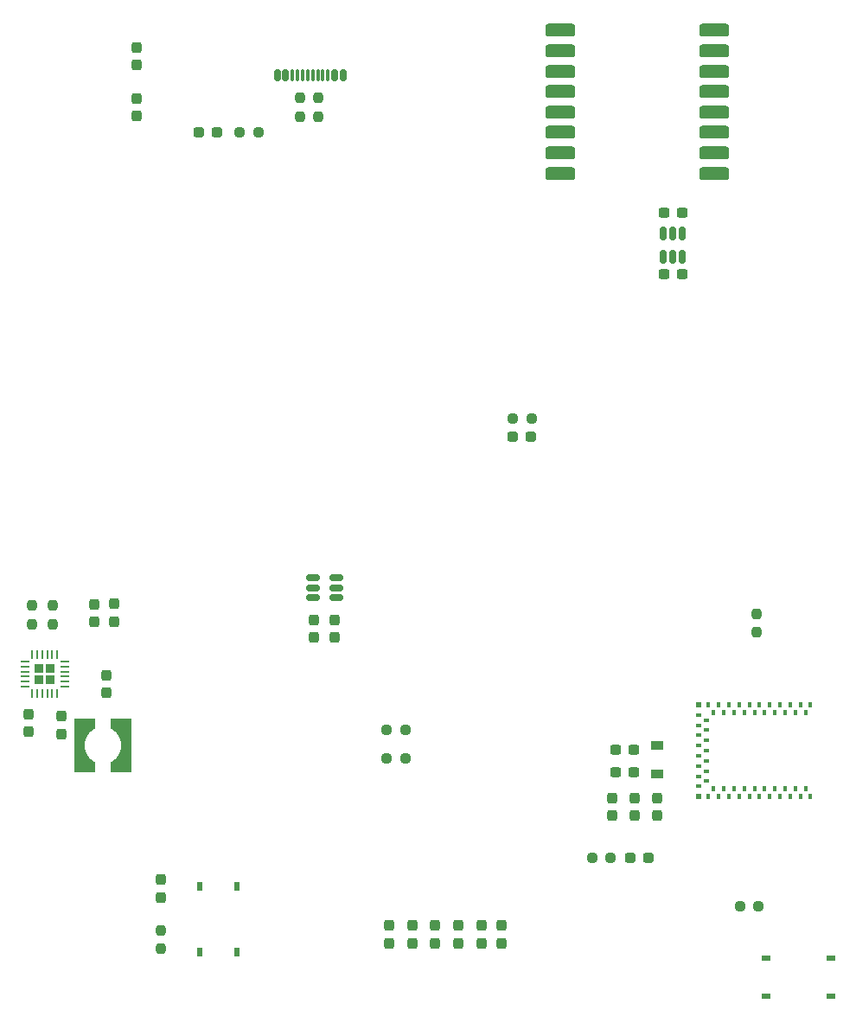
<source format=gtp>
G04 #@! TF.GenerationSoftware,KiCad,Pcbnew,8.0.2-8.0.2-0~ubuntu20.04.1*
G04 #@! TF.CreationDate,2024-05-16T16:26:20-07:00*
G04 #@! TF.ProjectId,cpm_proj,63706d5f-7072-46f6-9a2e-6b696361645f,rev?*
G04 #@! TF.SameCoordinates,Original*
G04 #@! TF.FileFunction,Paste,Top*
G04 #@! TF.FilePolarity,Positive*
%FSLAX46Y46*%
G04 Gerber Fmt 4.6, Leading zero omitted, Abs format (unit mm)*
G04 Created by KiCad (PCBNEW 8.0.2-8.0.2-0~ubuntu20.04.1) date 2024-05-16 16:26:20*
%MOMM*%
%LPD*%
G01*
G04 APERTURE LIST*
G04 Aperture macros list*
%AMRoundRect*
0 Rectangle with rounded corners*
0 $1 Rounding radius*
0 $2 $3 $4 $5 $6 $7 $8 $9 X,Y pos of 4 corners*
0 Add a 4 corners polygon primitive as box body*
4,1,4,$2,$3,$4,$5,$6,$7,$8,$9,$2,$3,0*
0 Add four circle primitives for the rounded corners*
1,1,$1+$1,$2,$3*
1,1,$1+$1,$4,$5*
1,1,$1+$1,$6,$7*
1,1,$1+$1,$8,$9*
0 Add four rect primitives between the rounded corners*
20,1,$1+$1,$2,$3,$4,$5,0*
20,1,$1+$1,$4,$5,$6,$7,0*
20,1,$1+$1,$6,$7,$8,$9,0*
20,1,$1+$1,$8,$9,$2,$3,0*%
%AMFreePoly0*
4,1,18,1.539298,1.666124,1.284085,1.499472,1.010804,1.275196,0.786528,1.001915,0.619876,0.690131,0.517252,0.351826,0.536000,0.000000,0.517252,-0.351826,0.619876,-0.690131,0.786528,-1.001915,1.010804,-1.275196,1.284085,-1.499472,1.539298,-1.666124,1.539298,-2.654300,-0.467302,-2.654300,-0.467302,2.654300,1.539298,2.654300,1.539298,1.666124,1.539298,1.666124,$1*%
%AMFreePoly1*
4,1,18,0.467302,-2.654300,-1.539298,-2.654300,-1.539298,-1.666124,-1.284085,-1.499472,-1.010804,-1.275196,-0.786528,-1.001915,-0.619876,-0.690131,-0.517252,-0.351826,-0.536000,0.000000,-0.517252,0.351826,-0.619876,0.690131,-0.786528,1.001915,-1.010804,1.275196,-1.284085,1.499472,-1.539298,1.666124,-1.539298,2.654300,0.467302,2.654300,0.467302,-2.654300,0.467302,-2.654300,$1*%
G04 Aperture macros list end*
%ADD10RoundRect,0.237500X-0.250000X-0.237500X0.250000X-0.237500X0.250000X0.237500X-0.250000X0.237500X0*%
%ADD11RoundRect,0.237500X0.237500X-0.300000X0.237500X0.300000X-0.237500X0.300000X-0.237500X-0.300000X0*%
%ADD12RoundRect,0.237500X-0.287500X-0.237500X0.287500X-0.237500X0.287500X0.237500X-0.287500X0.237500X0*%
%ADD13RoundRect,0.317500X-1.157500X-0.317500X1.157500X-0.317500X1.157500X0.317500X-1.157500X0.317500X0*%
%ADD14RoundRect,0.150000X-0.150000X0.512500X-0.150000X-0.512500X0.150000X-0.512500X0.150000X0.512500X0*%
%ADD15RoundRect,0.237500X0.300000X0.237500X-0.300000X0.237500X-0.300000X-0.237500X0.300000X-0.237500X0*%
%ADD16R,0.558800X0.952500*%
%ADD17RoundRect,0.237500X0.237500X-0.250000X0.237500X0.250000X-0.237500X0.250000X-0.237500X-0.250000X0*%
%ADD18FreePoly0,180.000000*%
%ADD19FreePoly1,180.000000*%
%ADD20RoundRect,0.237500X0.287500X0.237500X-0.287500X0.237500X-0.287500X-0.237500X0.287500X-0.237500X0*%
%ADD21RoundRect,0.237500X-0.237500X0.250000X-0.237500X-0.250000X0.237500X-0.250000X0.237500X0.250000X0*%
%ADD22RoundRect,0.150000X0.512500X0.150000X-0.512500X0.150000X-0.512500X-0.150000X0.512500X-0.150000X0*%
%ADD23RoundRect,0.237500X-0.237500X0.300000X-0.237500X-0.300000X0.237500X-0.300000X0.237500X0.300000X0*%
%ADD24RoundRect,0.062500X-0.062500X-0.375000X0.062500X-0.375000X0.062500X0.375000X-0.062500X0.375000X0*%
%ADD25RoundRect,0.062500X-0.375000X-0.062500X0.375000X-0.062500X0.375000X0.062500X-0.375000X0.062500X0*%
%ADD26RoundRect,0.232500X-0.232500X-0.232500X0.232500X-0.232500X0.232500X0.232500X-0.232500X0.232500X0*%
%ADD27R,1.295400X0.965200*%
%ADD28R,0.952500X0.558800*%
%ADD29RoundRect,0.075000X0.075000X0.500000X-0.075000X0.500000X-0.075000X-0.500000X0.075000X-0.500000X0*%
%ADD30RoundRect,0.150000X0.150000X0.425000X-0.150000X0.425000X-0.150000X-0.425000X0.150000X-0.425000X0*%
%ADD31RoundRect,0.237500X0.237500X-0.287500X0.237500X0.287500X-0.237500X0.287500X-0.237500X-0.287500X0*%
%ADD32R,0.400000X0.600000*%
%ADD33R,0.600000X0.600000*%
%ADD34R,0.600000X0.400000*%
%ADD35RoundRect,0.237500X0.250000X0.237500X-0.250000X0.237500X-0.250000X-0.237500X0.250000X-0.237500X0*%
G04 APERTURE END LIST*
D10*
X116500000Y-112500000D03*
X118325000Y-112500000D03*
X116500000Y-115250000D03*
X118325000Y-115250000D03*
D11*
X121250000Y-133362500D03*
X121250000Y-131637500D03*
D10*
X151087500Y-129750000D03*
X152912500Y-129750000D03*
D11*
X119000000Y-133362500D03*
X119000000Y-131637500D03*
X89800000Y-101862500D03*
X89800000Y-100137500D03*
D12*
X128875000Y-83750000D03*
X130625000Y-83750000D03*
D13*
X133475000Y-44000000D03*
X133475000Y-46000000D03*
X133475000Y-48000000D03*
X133475000Y-50000000D03*
X133475000Y-52000000D03*
X133475000Y-54000000D03*
X133475000Y-56000000D03*
X133475000Y-58000000D03*
X148525000Y-58000000D03*
X148525000Y-56000000D03*
X148525000Y-54000000D03*
X148525000Y-52000000D03*
X148525000Y-50000000D03*
X148525000Y-48000000D03*
X148525000Y-46000000D03*
X148525000Y-44000000D03*
D14*
X145450000Y-63862500D03*
X144500000Y-63862500D03*
X143550000Y-63862500D03*
X143550000Y-66137500D03*
X144500000Y-66137500D03*
X145450000Y-66137500D03*
D15*
X145412500Y-67862500D03*
X143687500Y-67862500D03*
D16*
X101854200Y-127818650D03*
X101854200Y-134181350D03*
X98145800Y-127818650D03*
X98145800Y-134181350D03*
D11*
X123500000Y-133362500D03*
X123500000Y-131637500D03*
D15*
X145412500Y-61862500D03*
X143687500Y-61862500D03*
D17*
X83800000Y-102112500D03*
X83800000Y-100287500D03*
D11*
X84600000Y-112862500D03*
X84600000Y-111137500D03*
D18*
X91000000Y-114000000D03*
D19*
X86428000Y-114000000D03*
D17*
X152750000Y-102912500D03*
X152750000Y-101087500D03*
D20*
X99875000Y-54000000D03*
X98125000Y-54000000D03*
D21*
X108000000Y-50587500D03*
X108000000Y-52412500D03*
D22*
X111525000Y-99500000D03*
X111525000Y-98550000D03*
X111525000Y-97600000D03*
X109250000Y-97600000D03*
X109250000Y-98550000D03*
X109250000Y-99500000D03*
D11*
X81400000Y-112662500D03*
X81400000Y-110937500D03*
D15*
X140662500Y-114400000D03*
X138937500Y-114400000D03*
D11*
X92000000Y-47362500D03*
X92000000Y-45637500D03*
D15*
X140662500Y-116600000D03*
X138937500Y-116600000D03*
D23*
X89000000Y-107137500D03*
X89000000Y-108862500D03*
D21*
X94400000Y-132087500D03*
X94400000Y-133912500D03*
D11*
X116750000Y-133362500D03*
X116750000Y-131637500D03*
D23*
X143000000Y-119137500D03*
X143000000Y-120862500D03*
D12*
X140375000Y-125000000D03*
X142125000Y-125000000D03*
D24*
X81750000Y-105062500D03*
X82250000Y-105062500D03*
X82750000Y-105062500D03*
X83250000Y-105062500D03*
X83750000Y-105062500D03*
X84250000Y-105062500D03*
D25*
X84937500Y-105750000D03*
X84937500Y-106250000D03*
X84937500Y-106750000D03*
X84937500Y-107250000D03*
X84937500Y-107750000D03*
X84937500Y-108250000D03*
D24*
X84250000Y-108937500D03*
X83750000Y-108937500D03*
X83250000Y-108937500D03*
X82750000Y-108937500D03*
X82250000Y-108937500D03*
X81750000Y-108937500D03*
D25*
X81062500Y-108250000D03*
X81062500Y-107750000D03*
X81062500Y-107250000D03*
X81062500Y-106750000D03*
X81062500Y-106250000D03*
X81062500Y-105750000D03*
D26*
X83575000Y-107575000D03*
X83575000Y-106425000D03*
X82425000Y-107575000D03*
X82425000Y-106425000D03*
D27*
X143000000Y-116771600D03*
X143000000Y-114028400D03*
D10*
X102087500Y-54000000D03*
X103912500Y-54000000D03*
D21*
X109750000Y-50587500D03*
X109750000Y-52412500D03*
D17*
X81800000Y-102112500D03*
X81800000Y-100287500D03*
D23*
X140800000Y-119137500D03*
X140800000Y-120862500D03*
X138600000Y-119137500D03*
X138600000Y-120862500D03*
D10*
X128837500Y-82000000D03*
X130662500Y-82000000D03*
D28*
X153637300Y-134791600D03*
X160000000Y-134791600D03*
X153637300Y-138500000D03*
X160000000Y-138500000D03*
D11*
X127750000Y-133362500D03*
X127750000Y-131637500D03*
D29*
X110750000Y-48340000D03*
X109750000Y-48340000D03*
X108250000Y-48340000D03*
X107250000Y-48340000D03*
D30*
X105800000Y-48340000D03*
X106600000Y-48340000D03*
D29*
X107750000Y-48340000D03*
X108750000Y-48340000D03*
X109250000Y-48340000D03*
X110250000Y-48340000D03*
D30*
X111400000Y-48340000D03*
X112200000Y-48340000D03*
D31*
X94400000Y-128875000D03*
X94400000Y-127125000D03*
D32*
X158000000Y-110000000D03*
X157500000Y-110800000D03*
X157000000Y-110000000D03*
X156500000Y-110800000D03*
X156000000Y-110000000D03*
X155500000Y-110800000D03*
X155000000Y-110000000D03*
X154500000Y-110800000D03*
X154000000Y-110000000D03*
X153500000Y-110800000D03*
X153000000Y-110000000D03*
X152500000Y-110800000D03*
X152000000Y-110000000D03*
X151500000Y-110800000D03*
X151000000Y-110000000D03*
X150500000Y-110800000D03*
X150000000Y-110000000D03*
X149500000Y-110800000D03*
X149000000Y-110000000D03*
X148500000Y-110800000D03*
X148000000Y-110000000D03*
D33*
X147000000Y-110000000D03*
D34*
X147000000Y-111000000D03*
X147800000Y-111500000D03*
X147000000Y-112000000D03*
X147800000Y-112500000D03*
X147000000Y-113000000D03*
X147800000Y-113500000D03*
X147000000Y-114000000D03*
X147800000Y-114500000D03*
X147000000Y-115000000D03*
X147800000Y-115500000D03*
X147000000Y-116000000D03*
X147800000Y-116500000D03*
X147000000Y-117000000D03*
X147800000Y-117500000D03*
X147000000Y-118000000D03*
D33*
X147000000Y-119000000D03*
D32*
X148000000Y-119000000D03*
X148500000Y-118200000D03*
X149000000Y-119000000D03*
X149500000Y-118200000D03*
X150000000Y-119000000D03*
X150500000Y-118200000D03*
X151000000Y-119000000D03*
X151500000Y-118200000D03*
X152000000Y-119000000D03*
X152500000Y-118200000D03*
X153000000Y-119000000D03*
X153500000Y-118200000D03*
X154000000Y-119000000D03*
X154500000Y-118200000D03*
X155000000Y-119000000D03*
X155500000Y-118200000D03*
X156000000Y-119000000D03*
X156500000Y-118200000D03*
X157000000Y-119000000D03*
X157500000Y-118200000D03*
X158000000Y-119000000D03*
D23*
X111387500Y-101687500D03*
X111387500Y-103412500D03*
X92000000Y-50637500D03*
X92000000Y-52362500D03*
D11*
X125750000Y-133362500D03*
X125750000Y-131637500D03*
D35*
X138412500Y-125000000D03*
X136587500Y-125000000D03*
D11*
X87850000Y-101912500D03*
X87850000Y-100187500D03*
D23*
X109387500Y-101687500D03*
X109387500Y-103412500D03*
M02*

</source>
